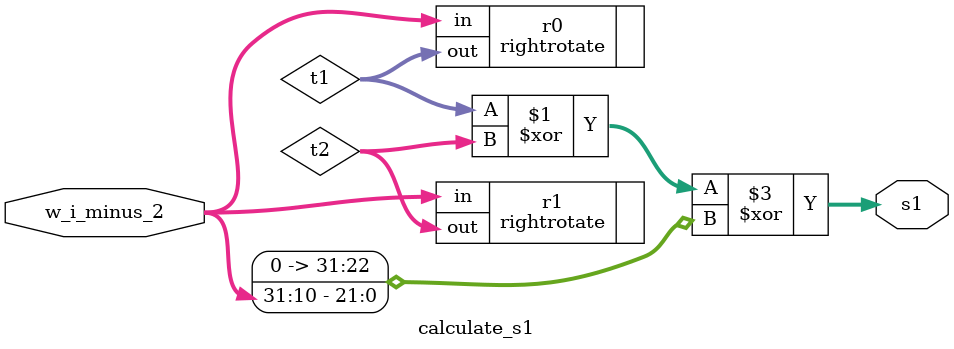
<source format=sv>
module calculate_s1(
	input [31:0] w_i_minus_2,
	output [31:0] s1
);

wire [31:0] t1;
wire [31:0] t2;

rightrotate #(.BITS(17)) r0 (.in(w_i_minus_2), .out(t1));
rightrotate #(.BITS(19)) r1 (.in(w_i_minus_2), .out(t2));

assign s1 = t1 ^ t2 ^ (w_i_minus_2 >> 10);

endmodule

</source>
